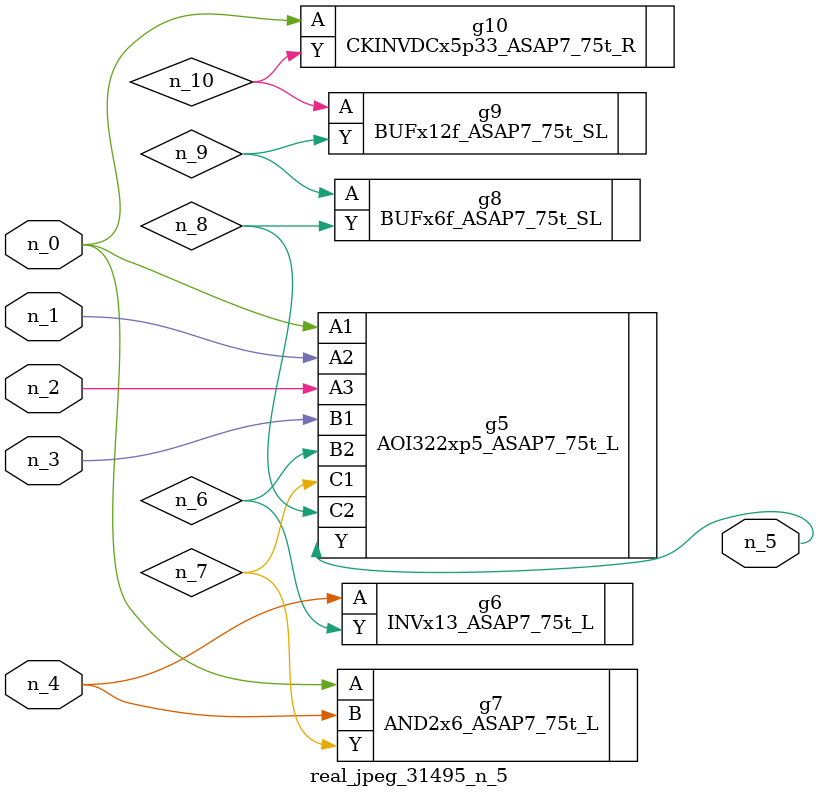
<source format=v>
module real_jpeg_31495_n_5 (n_4, n_0, n_1, n_2, n_3, n_5);

input n_4;
input n_0;
input n_1;
input n_2;
input n_3;

output n_5;

wire n_8;
wire n_6;
wire n_7;
wire n_10;
wire n_9;

AOI322xp5_ASAP7_75t_L g5 ( 
.A1(n_0),
.A2(n_1),
.A3(n_2),
.B1(n_3),
.B2(n_6),
.C1(n_7),
.C2(n_8),
.Y(n_5)
);

AND2x6_ASAP7_75t_L g7 ( 
.A(n_0),
.B(n_4),
.Y(n_7)
);

CKINVDCx5p33_ASAP7_75t_R g10 ( 
.A(n_0),
.Y(n_10)
);

INVx13_ASAP7_75t_L g6 ( 
.A(n_4),
.Y(n_6)
);

BUFx6f_ASAP7_75t_SL g8 ( 
.A(n_9),
.Y(n_8)
);

BUFx12f_ASAP7_75t_SL g9 ( 
.A(n_10),
.Y(n_9)
);


endmodule
</source>
